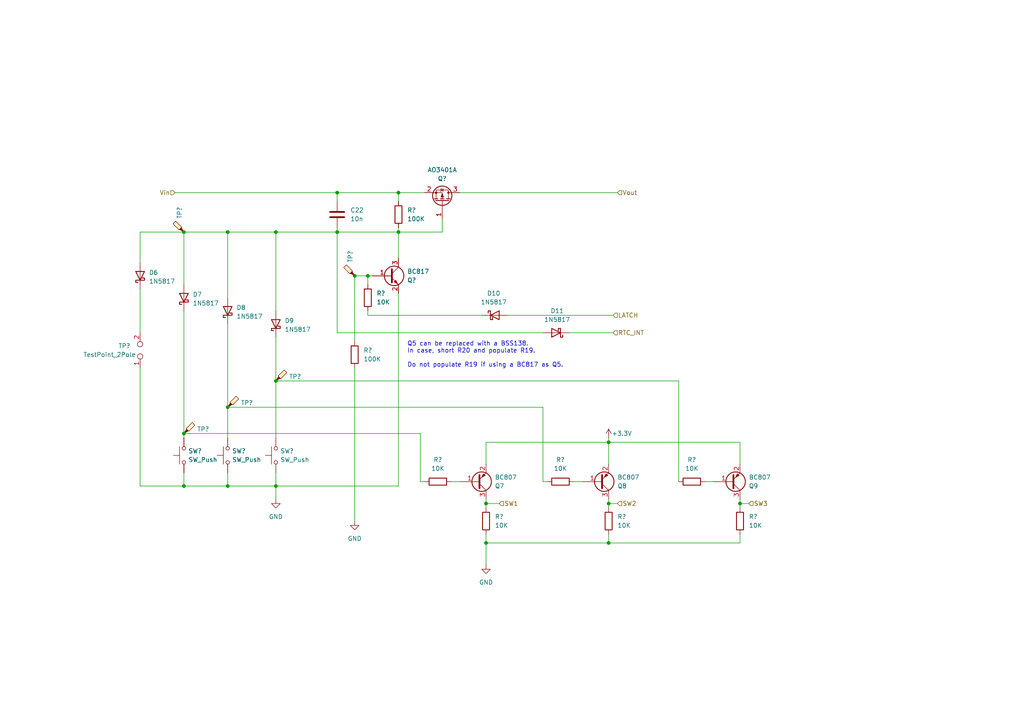
<source format=kicad_sch>
(kicad_sch (version 20230121) (generator eeschema)
  (paper "A4")
  (lib_symbols
    (symbol "Connector:TestPoint_2Pole" (pin_names (offset 0.762) hide)
      (property "Reference" "TP" (at 0 1.524 0))
      (property "Value" "TestPoint_2Pole" (at 0 -1.778 0))
      (symbol "TestPoint_2Pole_0_1"
        (circle (center -1.778 0) (radius 0.762))
        (circle (center 1.778 0) (radius 0.762))
        (pin passive line (at -5.08 0 0) (length 2.54) (name "1") (number "1"))
        (pin passive line (at 5.08 0 180) (length 2.54) (name "2") (number "2"))
      )
    )
    (symbol "Connector:TestPoint_Probe" (pin_numbers hide) (pin_names (offset 0.762) hide)
      (property "Reference" "TP" (at 1.651 5.842 0))
      (property "Value" "TestPoint_Probe" (at 1.651 4.064 0))
      (symbol "TestPoint_Probe_0_1"
        (polyline (pts (xy 1.27 0.762) (xy 0 0) (xy 0.762 1.27) (xy 1.27 0.762)) (fill (type outline)))
        (polyline (pts (xy 1.397 0.635) (xy 0.635 1.397) (xy 2.413 3.175) (xy 3.175 2.413) (xy 1.397 0.635)) (fill (type background)))
      )
      (symbol "TestPoint_Probe_1_1"
        (pin passive line (at 0 0 90) (length 0) (name "1") (number "1"))
      )
    )
    (symbol "Device:C" (pin_numbers hide) (pin_names (offset 0.254))
      (property "Reference" "C" (at 0.635 2.54 0))
      (property "Value" "C" (at 0.635 -2.54 0))
      (symbol "C_0_1"
        (polyline (pts (xy -2.032 -0.762) (xy 2.032 -0.762)) (stroke (width 0.508)))
        (polyline (pts (xy -2.032 0.762) (xy 2.032 0.762)) (stroke (width 0.508)))
      )
      (symbol "C_1_1"
        (pin passive line (at 0 3.81 270) (length 2.794) (name "~") (number "1"))
        (pin passive line (at 0 -3.81 90) (length 2.794) (name "~") (number "2"))
      )
    )
    (symbol "Device:R" (pin_numbers hide) (pin_names (offset 0))
      (property "Reference" "R" (at 2.032 0 90))
      (property "Value" "R" (at 0 0 90))
      (symbol "R_0_1"
        (rectangle (start -1.016 -2.54) (end 1.016 2.54) (stroke (width 0.254)))
      )
      (symbol "R_1_1"
        (pin passive line (at 0 3.81 270) (length 1.27) (name "~") (number "1"))
        (pin passive line (at 0 -3.81 90) (length 1.27) (name "~") (number "2"))
      )
    )
    (symbol "Diode:1N5817" (pin_numbers hide) (pin_names (offset 1.016) hide)
      (property "Reference" "D" (at 0 2.54 0))
      (property "Value" "1N5817" (at 0 -2.54 0))
      (symbol "1N5817_0_1"
        (polyline (pts (xy 1.27 0) (xy -1.27 0)))
        (polyline (pts (xy 1.27 1.27) (xy 1.27 -1.27) (xy -1.27 0) (xy 1.27 1.27)) (stroke (width 0.254)))
        (polyline (pts (xy -1.905 0.635) (xy -1.905 1.27) (xy -1.27 1.27) (xy -1.27 -1.27) (xy -0.635 -1.27) (xy -0.635 -0.635)) (stroke (width 0.254)))
      )
      (symbol "1N5817_1_1"
        (pin passive line (at -3.81 0 0) (length 2.54) (name "K") (number "1"))
        (pin passive line (at 3.81 0 180) (length 2.54) (name "A") (number "2"))
      )
    )
    (symbol "Switch:SW_Push" (pin_numbers hide) (pin_names (offset 1.016) hide)
      (property "Reference" "SW" (at 1.27 2.54 0))
      (property "Value" "SW_Push" (at 0 -1.524 0))
      (symbol "SW_Push_0_1"
        (circle (center -2.032 0) (radius 0.508))
        (polyline (pts (xy 0 1.27) (xy 0 3.048)))
        (polyline (pts (xy 2.54 1.27) (xy -2.54 1.27)))
        (circle (center 2.032 0) (radius 0.508))
        (pin passive line (at -5.08 0 0) (length 2.54) (name "1") (number "1"))
        (pin passive line (at 5.08 0 180) (length 2.54) (name "2") (number "2"))
      )
    )
    (symbol "Transistor_BJT:BC807" (pin_names (offset 0) hide)
      (property "Reference" "Q" (at 5.08 1.905 0))
      (property "Value" "BC807" (at 5.08 0 0))
      (symbol "BC807_0_1"
        (polyline (pts (xy 0.635 0.635) (xy 2.54 2.54)))
        (polyline (pts (xy 0.635 -0.635) (xy 2.54 -2.54) (xy 2.54 -2.54)))
        (polyline (pts (xy 0.635 1.905) (xy 0.635 -1.905) (xy 0.635 -1.905)) (stroke (width 0.508)))
        (polyline (pts (xy 2.286 -1.778) (xy 1.778 -2.286) (xy 1.27 -1.27) (xy 2.286 -1.778) (xy 2.286 -1.778)) (fill (type outline)))
        (circle (center 1.27 0) (radius 2.8194) (stroke (width 0.254)))
      )
      (symbol "BC807_1_1"
        (pin input line (at -5.08 0 0) (length 5.715) (name "B") (number "1"))
        (pin passive line (at 2.54 -5.08 90) (length 2.54) (name "E") (number "2"))
        (pin passive line (at 2.54 5.08 270) (length 2.54) (name "C") (number "3"))
      )
    )
    (symbol "Transistor_BJT:BC817" (pin_names (offset 0) hide)
      (property "Reference" "Q" (at 5.08 1.905 0))
      (property "Value" "BC817" (at 5.08 0 0))
      (symbol "BC817_0_1"
        (polyline (pts (xy 0.635 0.635) (xy 2.54 2.54)))
        (polyline (pts (xy 0.635 -0.635) (xy 2.54 -2.54) (xy 2.54 -2.54)))
        (polyline (pts (xy 0.635 1.905) (xy 0.635 -1.905) (xy 0.635 -1.905)) (stroke (width 0.508)))
        (polyline (pts (xy 1.27 -1.778) (xy 1.778 -1.27) (xy 2.286 -2.286) (xy 1.27 -1.778) (xy 1.27 -1.778)) (fill (type outline)))
        (circle (center 1.27 0) (radius 2.8194) (stroke (width 0.254)))
      )
      (symbol "BC817_1_1"
        (pin input line (at -5.08 0 0) (length 5.715) (name "B") (number "1"))
        (pin passive line (at 2.54 -5.08 90) (length 2.54) (name "E") (number "2"))
        (pin passive line (at 2.54 5.08 270) (length 2.54) (name "C") (number "3"))
      )
    )
    (symbol "Transistor_FET:AO3401A" (pin_names hide)
      (property "Reference" "Q" (at 5.08 1.905 0))
      (property "Value" "AO3401A" (at 5.08 0 0))
      (symbol "AO3401A_0_1"
        (polyline (pts (xy 0.254 0) (xy -2.54 0)))
        (polyline (pts (xy 0.254 1.905) (xy 0.254 -1.905)) (stroke (width 0.254)))
        (polyline (pts (xy 0.762 -1.27) (xy 0.762 -2.286)) (stroke (width 0.254)))
        (polyline (pts (xy 0.762 0.508) (xy 0.762 -0.508)) (stroke (width 0.254)))
        (polyline (pts (xy 0.762 2.286) (xy 0.762 1.27)) (stroke (width 0.254)))
        (polyline (pts (xy 2.54 2.54) (xy 2.54 1.778)))
        (polyline (pts (xy 2.54 -2.54) (xy 2.54 0) (xy 0.762 0)))
        (polyline (pts (xy 0.762 1.778) (xy 3.302 1.778) (xy 3.302 -1.778) (xy 0.762 -1.778)))
        (polyline (pts (xy 2.286 0) (xy 1.27 0.381) (xy 1.27 -0.381) (xy 2.286 0)) (fill (type outline)))
        (polyline (pts (xy 2.794 -0.508) (xy 2.921 -0.381) (xy 3.683 -0.381) (xy 3.81 -0.254)))
        (polyline (pts (xy 3.302 -0.381) (xy 2.921 0.254) (xy 3.683 0.254) (xy 3.302 -0.381)))
        (circle (center 1.651 0) (radius 2.794) (stroke (width 0.254)))
        (circle (center 2.54 -1.778) (radius 0.254) (fill (type outline)))
        (circle (center 2.54 1.778) (radius 0.254) (fill (type outline)))
      )
      (symbol "AO3401A_1_1"
        (pin input line (at -5.08 0 0) (length 2.54) (name "G") (number "1"))
        (pin passive line (at 2.54 -5.08 90) (length 2.54) (name "S") (number "2"))
        (pin passive line (at 2.54 5.08 270) (length 2.54) (name "D") (number "3"))
      )
    )
    (symbol "power:+3.3V" (power) (pin_names (offset 0))
      (property "Value" "+3.3V" (at 0 3.556 0))
      (symbol "+3.3V_0_1"
        (polyline (pts (xy -0.762 1.27) (xy 0 2.54)))
        (polyline (pts (xy 0 0) (xy 0 2.54)))
        (polyline (pts (xy 0 2.54) (xy 0.762 1.27)))
      )
      (symbol "+3.3V_1_1"
        (pin power_in line (at 0 0 90) (length 0) hide (name "+3.3V") (number "1"))
      )
    )
    (symbol "power:GND" (power) (pin_names (offset 0))
      (property "Value" "GND" (at 0 -3.81 0))
      (symbol "GND_0_1"
        (polyline (pts (xy 0 0) (xy 0 -1.27) (xy 1.27 -1.27) (xy 0 -2.54) (xy -1.27 -1.27) (xy 0 -1.27)))
      )
      (symbol "GND_1_1"
        (pin power_in line (at 0 0 270) (length 0) hide (name "GND") (number "1"))
      )
    )
  )
  (junction (at 66.04 67.31))
  (junction (at 115.57 55.88))
  (junction (at 106.68 80.01))
  (junction (at 102.87 80.01))
  (junction (at 53.34 140.97))
  (junction (at 53.34 125.73))
  (junction (at 66.04 118.11))
  (junction (at 80.01 67.31))
  (junction (at 66.04 140.97))
  (junction (at 176.53 128.27))
  (junction (at 53.34 67.31))
  (junction (at 214.63 146.05))
  (junction (at 176.53 157.48))
  (junction (at 97.79 55.88))
  (junction (at 176.53 146.05))
  (junction (at 97.79 67.31))
  (junction (at 140.97 157.48))
  (junction (at 140.97 146.05))
  (junction (at 115.57 67.31))
  (junction (at 80.01 110.49))
  (junction (at 80.01 140.97))
  (wire (pts (xy 66.04 93.98) (xy 66.04 118.11)))
  (wire (pts (xy 53.34 90.17) (xy 53.34 125.73)))
  (wire (pts (xy 53.34 82.55) (xy 53.34 67.31)))
  (wire (pts (xy 97.79 55.88) (xy 97.79 58.42)))
  (wire (pts (xy 165.1 96.52) (xy 177.8 96.52)))
  (wire (pts (xy 53.34 140.97) (xy 66.04 140.97)))
  (wire (pts (xy 53.34 125.73) (xy 53.34 127)))
  (wire (pts (xy 80.01 137.16) (xy 80.01 140.97)))
  (wire (pts (xy 40.64 106.68) (xy 40.64 140.97)))
  (wire (pts (xy 214.63 146.05) (xy 214.63 147.32)))
  (wire (pts (xy 40.64 83.82) (xy 40.64 96.52)))
  (wire (pts (xy 106.68 91.44) (xy 139.7 91.44)))
  (wire (pts (xy 214.63 154.94) (xy 214.63 157.48)))
  (wire (pts (xy 176.53 157.48) (xy 176.53 154.94)))
  (wire (pts (xy 176.53 146.05) (xy 179.07 146.05)))
  (wire (pts (xy 102.87 106.68) (xy 102.87 151.13)))
  (wire (pts (xy 157.48 118.11) (xy 157.48 139.7)))
  (wire (pts (xy 140.97 157.48) (xy 176.53 157.48)))
  (wire (pts (xy 80.01 140.97) (xy 115.57 140.97)))
  (wire (pts (xy 214.63 146.05) (xy 217.17 146.05)))
  (wire (pts (xy 214.63 157.48) (xy 176.53 157.48)))
  (wire (pts (xy 166.37 139.7) (xy 168.91 139.7)))
  (wire (pts (xy 214.63 134.62) (xy 214.63 128.27)))
  (wire (pts (xy 80.01 97.79) (xy 80.01 110.49)))
  (wire (pts (xy 121.92 125.73) (xy 53.34 125.73)))
  (wire (pts (xy 97.79 96.52) (xy 97.79 67.31)))
  (wire (pts (xy 123.19 139.7) (xy 121.92 139.7)))
  (wire (pts (xy 196.85 110.49) (xy 80.01 110.49)))
  (wire (pts (xy 140.97 146.05) (xy 140.97 147.32)))
  (wire (pts (xy 66.04 137.16) (xy 66.04 140.97)))
  (wire (pts (xy 176.53 128.27) (xy 176.53 134.62)))
  (wire (pts (xy 176.53 144.78) (xy 176.53 146.05)))
  (wire (pts (xy 157.48 139.7) (xy 158.75 139.7)))
  (wire (pts (xy 66.04 140.97) (xy 80.01 140.97)))
  (wire (pts (xy 130.81 139.7) (xy 133.35 139.7)))
  (wire (pts (xy 115.57 55.88) (xy 115.57 58.42)))
  (wire (pts (xy 97.79 67.31) (xy 115.57 67.31)))
  (wire (pts (xy 115.57 85.09) (xy 115.57 140.97)))
  (wire (pts (xy 176.53 127) (xy 176.53 128.27)))
  (wire (pts (xy 66.04 86.36) (xy 66.04 67.31)))
  (wire (pts (xy 66.04 118.11) (xy 66.04 127)))
  (wire (pts (xy 115.57 66.04) (xy 115.57 67.31)))
  (wire (pts (xy 106.68 91.44) (xy 106.68 90.17)))
  (wire (pts (xy 80.01 90.17) (xy 80.01 67.31)))
  (wire (pts (xy 140.97 134.62) (xy 140.97 128.27)))
  (wire (pts (xy 40.64 76.2) (xy 40.64 67.31)))
  (wire (pts (xy 53.34 67.31) (xy 66.04 67.31)))
  (wire (pts (xy 140.97 144.78) (xy 140.97 146.05)))
  (wire (pts (xy 40.64 140.97) (xy 53.34 140.97)))
  (wire (pts (xy 80.01 110.49) (xy 80.01 127)))
  (wire (pts (xy 115.57 55.88) (xy 123.19 55.88)))
  (wire (pts (xy 140.97 146.05) (xy 144.78 146.05)))
  (wire (pts (xy 176.53 146.05) (xy 176.53 147.32)))
  (wire (pts (xy 102.87 80.01) (xy 106.68 80.01)))
  (wire (pts (xy 133.35 55.88) (xy 179.07 55.88)))
  (wire (pts (xy 157.48 118.11) (xy 66.04 118.11)))
  (wire (pts (xy 147.32 91.44) (xy 177.8 91.44)))
  (wire (pts (xy 140.97 128.27) (xy 176.53 128.27)))
  (wire (pts (xy 80.01 67.31) (xy 97.79 67.31)))
  (wire (pts (xy 97.79 66.04) (xy 97.79 67.31)))
  (wire (pts (xy 140.97 154.94) (xy 140.97 157.48)))
  (wire (pts (xy 50.8 55.88) (xy 97.79 55.88)))
  (wire (pts (xy 53.34 137.16) (xy 53.34 140.97)))
  (wire (pts (xy 121.92 139.7) (xy 121.92 125.73)))
  (wire (pts (xy 128.27 63.5) (xy 128.27 67.31)))
  (wire (pts (xy 80.01 140.97) (xy 80.01 144.78)))
  (wire (pts (xy 140.97 157.48) (xy 140.97 163.83)))
  (wire (pts (xy 115.57 67.31) (xy 128.27 67.31)))
  (wire (pts (xy 214.63 144.78) (xy 214.63 146.05)))
  (wire (pts (xy 214.63 128.27) (xy 176.53 128.27)))
  (wire (pts (xy 97.79 96.52) (xy 157.48 96.52)))
  (wire (pts (xy 106.68 80.01) (xy 106.68 82.55)))
  (wire (pts (xy 102.87 99.06) (xy 102.87 80.01)))
  (wire (pts (xy 97.79 55.88) (xy 115.57 55.88)))
  (wire (pts (xy 106.68 80.01) (xy 107.95 80.01)))
  (wire (pts (xy 204.47 139.7) (xy 207.01 139.7)))
  (wire (pts (xy 66.04 67.31) (xy 80.01 67.31)))
  (wire (pts (xy 40.64 67.31) (xy 53.34 67.31)))
  (wire (pts (xy 115.57 67.31) (xy 115.57 74.93)))
  (wire (pts (xy 196.85 110.49) (xy 196.85 139.7)))
  (text "Q5 can be replaced with a BSS138.\nIn case, short R20 and populate R19.\n\nDo not populate R19 if using a BC817 as Q5." (at 118.11 106.68 0) (effects (font (size 1.27 1.27)) (justify left bottom)))
  (hierarchical_label "SW1" (shape input) (at 144.78 146.05 0))
  (hierarchical_label "RTC_INT" (shape input) (at 177.8 96.52 0))
  (hierarchical_label "SW3" (shape input) (at 217.17 146.05 0))
  (hierarchical_label "Vout" (shape input) (at 179.07 55.88 0))
  (hierarchical_label "LATCH" (shape input) (at 177.8 91.44 0))
  (hierarchical_label "Vin" (shape input) (at 50.8 55.88 180))
  (hierarchical_label "SW2" (shape input) (at 179.07 146.05 0))
  (symbol (lib_id "Diode:1N5817") (at 66.04 90.17 90) (unit 1)
    (property "Reference" "D8" (at 68.58 89.2175 90) (effects (justify right)))
    (property "Value" "1N5817" (at 68.58 91.7575 90) (effects (justify right)))
    (property "Footprint" "Diode_SMD:D_SMA_Handsoldering" (effects hide))
    (property "Datasheet" "http://www.vishay.com/docs/88525/1n5817.pdf" (effects hide))
  )
  (symbol (lib_id "Diode:1N5817") (at 40.64 80.01 90) (unit 1)
    (property "Reference" "D6" (at 43.18 79.0575 90) (effects (justify right)))
    (property "Value" "1N5817" (at 43.18 81.5975 90) (effects (justify right)))
    (property "Footprint" "Diode_SMD:D_SMA_Handsoldering" (effects hide))
    (property "Datasheet" "http://www.vishay.com/docs/88525/1n5817.pdf" (effects hide))
  )
  (symbol (lib_id "power:+3.3V") (at 176.53 127 0) (unit 1)
    (property "Reference" "#PWR?" (effects hide))
    (property "Value" "+3.3V" (at 180.34 125.73 0))
    (instances (project "automatic_irrigation_project" (path "" (reference "#PWR?") (unit 1)) (path "" (reference "#PWR032") (unit 1))))
  )
  (symbol (lib_id "Device:R") (at 214.63 151.13 0) (unit 1)
    (property "Reference" "R?" (at 217.17 149.86 0) (effects (justify left)))
    (property "Value" "10K" (at 217.17 152.4 0) (effects (justify left)))
    (property "Footprint" "Resistor_SMD:R_0603_1608Metric_Pad0.98x0.95mm_HandSolder" (effects hide))
    (instances (project "automatic_irrigation_project" (path "" (reference "R?") (unit 1)) (path "" (reference "R28") (unit 1))))
  )
  (symbol (lib_id "Transistor_BJT:BC817") (at 113.03 80.01 0) (unit 1)
    (property "Reference" "Q?" (at 118.11 81.2801 0) (effects (justify left)))
    (property "Value" "BC817" (at 118.11 78.7401 0) (effects (justify left)))
    (property "Footprint" "Package_TO_SOT_SMD:SOT-23" (effects hide))
    (property "Datasheet" "https://www.onsemi.com/pub/Collateral/BC818-D.pdf" (effects hide))
    (instances (project "automatic_irrigation_project" (path "" (reference "Q?") (unit 1)) (path "" (reference "Q5") (unit 1))))
  )
  (symbol (lib_id "Device:R") (at 106.68 86.36 0) (unit 1)
    (property "Reference" "R?" (at 109.22 85.09 0) (effects (justify left)))
    (property "Value" "10K" (at 109.22 87.63 0) (effects (justify left)))
    (property "Footprint" "Resistor_SMD:R_0603_1608Metric_Pad0.98x0.95mm_HandSolder" (effects hide))
    (instances (project "automatic_irrigation_project" (path "" (reference "R?") (unit 1)) (path "" (reference "R21") (unit 1))))
  )
  (symbol (lib_id "Transistor_BJT:BC807") (at 173.99 139.7 0) (mirror x) (unit 1)
    (property "Reference" "Q8" (at 179.07 140.97 0) (effects (justify left)))
    (property "Value" "BC807" (at 179.07 138.43 0) (effects (justify left)))
    (property "Footprint" "Package_TO_SOT_SMD:SOT-23" (effects hide))
    (property "Datasheet" "https://www.onsemi.com/pub/Collateral/BC808-D.pdf" (effects hide))
  )
  (symbol (lib_id "power:GND") (at 102.87 151.13 0) (unit 1)
    (property "Reference" "#PWR?" (effects hide))
    (property "Value" "GND" (at 102.87 156.21 0))
    (instances (project "automatic_irrigation_project" (path "" (reference "#PWR?") (unit 1)) (path "" (reference "#PWR030") (unit 1))))
  )
  (symbol (lib_id "power:GND") (at 80.01 144.78 0) (unit 1)
    (property "Reference" "#PWR?" (effects hide))
    (property "Value" "GND" (at 80.01 149.86 0))
    (instances (project "automatic_irrigation_project" (path "" (reference "#PWR?") (unit 1)) (path "" (reference "#PWR029") (unit 1))))
  )
  (symbol (lib_id "Device:R") (at 140.97 151.13 0) (unit 1)
    (property "Reference" "R?" (at 143.51 149.86 0) (effects (justify left)))
    (property "Value" "10K" (at 143.51 152.4 0) (effects (justify left)))
    (property "Footprint" "Resistor_SMD:R_0603_1608Metric_Pad0.98x0.95mm_HandSolder" (effects hide))
    (instances (project "automatic_irrigation_project" (path "" (reference "R?") (unit 1)) (path "" (reference "R24") (unit 1))))
  )
  (symbol (lib_id "Switch:SW_Push") (at 80.01 132.08 90) (unit 1)
    (property "Reference" "SW?" (at 81.28 130.81 90) (effects (justify right)))
    (property "Value" "SW_Push" (at 81.28 133.35 90) (effects (justify right)))
    (property "Footprint" "Button_Switch_THT:SW_PUSH_6mm_H4.3mm" (effects hide))
    (instances (project "automatic_irrigation_project" (path "" (reference "SW?") (unit 1)) (path "" (reference "SW3") (unit 1))))
  )
  (symbol (lib_id "Device:R") (at 102.87 102.87 0) (unit 1)
    (property "Reference" "R?" (at 105.41 101.6 0) (effects (justify left)))
    (property "Value" "100K" (at 105.41 104.14 0) (effects (justify left)))
    (property "Footprint" "Resistor_SMD:R_0603_1608Metric_Pad0.98x0.95mm_HandSolder" (effects hide))
    (instances (project "automatic_irrigation_project" (path "" (reference "R?") (unit 1)) (path "" (reference "R20") (unit 1))))
  )
  (symbol (lib_id "Connector:TestPoint_2Pole") (at 40.64 101.6 90) (unit 1)
    (property "Reference" "TP?" (at 34.29 100.33 90) (effects (justify right)))
    (property "Value" "TestPoint_2Pole" (at 24.13 102.87 90) (effects (justify right)))
    (property "Footprint" "TestPoint:TestPoint_2Pads_Pitch2.54mm_Drill0.8mm" (effects hide))
    (instances (project "automatic_irrigation_project" (path "" (reference "TP?") (unit 1)) (path "" (reference "TP29") (unit 1)) (path "" (reference "TP31") (unit 1))))
  )
  (symbol (lib_id "Transistor_BJT:BC807") (at 212.09 139.7 0) (mirror x) (unit 1)
    (property "Reference" "Q9" (at 217.17 140.97 0) (effects (justify left)))
    (property "Value" "BC807" (at 217.17 138.43 0) (effects (justify left)))
    (property "Footprint" "Package_TO_SOT_SMD:SOT-23" (effects hide))
    (property "Datasheet" "https://www.onsemi.com/pub/Collateral/BC808-D.pdf" (effects hide))
  )
  (symbol (lib_id "Transistor_BJT:BC807") (at 138.43 139.7 0) (mirror x) (unit 1)
    (property "Reference" "Q7" (at 143.51 140.97 0) (effects (justify left)))
    (property "Value" "BC807" (at 143.51 138.43 0) (effects (justify left)))
    (property "Footprint" "Package_TO_SOT_SMD:SOT-23" (effects hide))
    (property "Datasheet" "https://www.onsemi.com/pub/Collateral/BC808-D.pdf" (effects hide))
  )
  (symbol (lib_id "Connector:TestPoint_Probe") (at 53.34 67.31 90) (unit 1)
    (property "Reference" "TP?" (at 52.07 63.5 0) (effects (justify left)))
    (property "Value" "TestPoint_Probe" (effects hide))
    (property "Footprint" "TestPoint:TestPoint_THTPad_D1.5mm_Drill0.7mm" (effects hide))
    (instances (project "automatic_irrigation_project" (path "" (reference "TP?") (unit 1)) (path "" (reference "TP32") (unit 1))))
  )
  (symbol (lib_id "Transistor_FET:AO3401A") (at 128.27 58.42 270) (mirror x) (unit 1)
    (property "Reference" "Q?" (at 128.27 51.816 90))
    (property "Value" "AO3401A" (at 128.27 49.276 90))
    (property "Footprint" "Package_TO_SOT_SMD:SOT-23" (effects hide))
    (property "Datasheet" "http://www.aosmd.com/pdfs/datasheet/AO3401A.pdf" (effects hide))
    (instances (project "automatic_irrigation_project" (path "" (reference "Q?") (unit 1)) (path "" (reference "Q6") (unit 1))))
  )
  (symbol (lib_id "Diode:1N5817") (at 161.29 96.52 180) (unit 1)
    (property "Reference" "D11" (at 161.6075 90.17 0))
    (property "Value" "1N5817" (at 161.6075 92.71 0))
    (property "Footprint" "Diode_SMD:D_SMA_Handsoldering" (effects hide))
    (property "Datasheet" "http://www.vishay.com/docs/88525/1n5817.pdf" (effects hide))
  )
  (symbol (lib_id "Device:C") (at 97.79 62.23 0) (unit 1)
    (property "Reference" "C22" (at 101.6 60.96 0) (effects (justify left)))
    (property "Value" "10n" (at 101.6 63.5 0) (effects (justify left)))
    (property "Footprint" "Capacitor_SMD:C_0603_1608Metric_Pad1.08x0.95mm_HandSolder" (effects hide))
  )
  (symbol (lib_id "Switch:SW_Push") (at 66.04 132.08 90) (unit 1)
    (property "Reference" "SW?" (at 67.31 130.81 90) (effects (justify right)))
    (property "Value" "SW_Push" (at 67.31 133.35 90) (effects (justify right)))
    (property "Footprint" "Button_Switch_THT:SW_PUSH_6mm_H4.3mm" (effects hide))
    (instances (project "automatic_irrigation_project" (path "" (reference "SW?") (unit 1)) (path "" (reference "SW2") (unit 1))))
  )
  (symbol (lib_id "Device:R") (at 176.53 151.13 0) (unit 1)
    (property "Reference" "R?" (at 179.07 149.86 0) (effects (justify left)))
    (property "Value" "10K" (at 179.07 152.4 0) (effects (justify left)))
    (property "Footprint" "Resistor_SMD:R_0603_1608Metric_Pad0.98x0.95mm_HandSolder" (effects hide))
    (instances (project "automatic_irrigation_project" (path "" (reference "R?") (unit 1)) (path "" (reference "R26") (unit 1))))
  )
  (symbol (lib_id "Connector:TestPoint_Probe") (at 80.01 110.49 0) (unit 1)
    (property "Reference" "TP?" (at 83.82 109.22 0) (effects (justify left)))
    (property "Value" "TestPoint_Probe" (effects hide))
    (property "Footprint" "TestPoint:TestPoint_THTPad_D1.5mm_Drill0.7mm" (effects hide))
    (instances (project "automatic_irrigation_project" (path "" (reference "TP?") (unit 1)) (path "" (reference "TP35") (unit 1))))
  )
  (symbol (lib_id "Device:R") (at 162.56 139.7 90) (unit 1)
    (property "Reference" "R?" (at 162.56 133.35 90))
    (property "Value" "10K" (at 162.56 135.89 90))
    (property "Footprint" "Resistor_SMD:R_0603_1608Metric_Pad0.98x0.95mm_HandSolder" (effects hide))
    (instances (project "automatic_irrigation_project" (path "" (reference "R?") (unit 1)) (path "" (reference "R25") (unit 1))))
  )
  (symbol (lib_id "Connector:TestPoint_Probe") (at 53.34 125.73 0) (unit 1)
    (property "Reference" "TP?" (at 57.15 124.46 0) (effects (justify left)))
    (property "Value" "TestPoint_Probe" (effects hide))
    (property "Footprint" "TestPoint:TestPoint_THTPad_D1.5mm_Drill0.7mm" (effects hide))
    (instances (project "automatic_irrigation_project" (path "" (reference "TP?") (unit 1)) (path "" (reference "TP33") (unit 1))))
  )
  (symbol (lib_id "Diode:1N5817") (at 53.34 86.36 90) (unit 1)
    (property "Reference" "D7" (at 55.88 85.4075 90) (effects (justify right)))
    (property "Value" "1N5817" (at 55.88 87.9475 90) (effects (justify right)))
    (property "Footprint" "Diode_SMD:D_SMA_Handsoldering" (effects hide))
    (property "Datasheet" "http://www.vishay.com/docs/88525/1n5817.pdf" (effects hide))
  )
  (symbol (lib_id "Device:R") (at 127 139.7 90) (unit 1)
    (property "Reference" "R?" (at 127 133.35 90))
    (property "Value" "10K" (at 127 135.89 90))
    (property "Footprint" "Resistor_SMD:R_0603_1608Metric_Pad0.98x0.95mm_HandSolder" (effects hide))
    (instances (project "automatic_irrigation_project" (path "" (reference "R?") (unit 1)) (path "" (reference "R23") (unit 1))))
  )
  (symbol (lib_id "Diode:1N5817") (at 143.51 91.44 0) (unit 1)
    (property "Reference" "D10" (at 143.1925 85.09 0))
    (property "Value" "1N5817" (at 143.1925 87.63 0))
    (property "Footprint" "Diode_SMD:D_SMA_Handsoldering" (effects hide))
    (property "Datasheet" "http://www.vishay.com/docs/88525/1n5817.pdf" (effects hide))
  )
  (symbol (lib_id "Device:R") (at 115.57 62.23 180) (unit 1)
    (property "Reference" "R?" (at 118.11 60.96 0) (effects (justify right)))
    (property "Value" "100K" (at 118.11 63.5 0) (effects (justify right)))
    (property "Footprint" "Resistor_SMD:R_0603_1608Metric_Pad0.98x0.95mm_HandSolder" (effects hide))
    (instances (project "automatic_irrigation_project" (path "" (reference "R?") (unit 1)) (path "" (reference "R22") (unit 1))))
  )
  (symbol (lib_id "Connector:TestPoint_Probe") (at 102.87 80.01 90) (unit 1)
    (property "Reference" "TP?" (at 101.6 76.2 0) (effects (justify left)))
    (property "Value" "TestPoint_Probe" (effects hide))
    (property "Footprint" "TestPoint:TestPoint_THTPad_D1.5mm_Drill0.7mm" (effects hide))
    (instances (project "automatic_irrigation_project" (path "" (reference "TP?") (unit 1)) (path "" (reference "TP36") (unit 1))))
  )
  (symbol (lib_id "power:GND") (at 140.97 163.83 0) (unit 1)
    (property "Reference" "#PWR?" (effects hide))
    (property "Value" "GND" (at 140.97 168.91 0))
    (instances (project "automatic_irrigation_project" (path "" (reference "#PWR?") (unit 1)) (path "" (reference "#PWR031") (unit 1))))
  )
  (symbol (lib_id "Diode:1N5817") (at 80.01 93.98 90) (unit 1)
    (property "Reference" "D9" (at 82.55 93.0275 90) (effects (justify right)))
    (property "Value" "1N5817" (at 82.55 95.5675 90) (effects (justify right)))
    (property "Footprint" "Diode_SMD:D_SMA_Handsoldering" (effects hide))
    (property "Datasheet" "http://www.vishay.com/docs/88525/1n5817.pdf" (effects hide))
  )
  (symbol (lib_id "Connector:TestPoint_Probe") (at 66.04 118.11 0) (unit 1)
    (property "Reference" "TP?" (at 69.85 116.84 0) (effects (justify left)))
    (property "Value" "TestPoint_Probe" (effects hide))
    (property "Footprint" "TestPoint:TestPoint_THTPad_D1.5mm_Drill0.7mm" (effects hide))
    (instances (project "automatic_irrigation_project" (path "" (reference "TP?") (unit 1)) (path "" (reference "TP34") (unit 1))))
  )
  (symbol (lib_id "Device:R") (at 200.66 139.7 90) (unit 1)
    (property "Reference" "R?" (at 200.66 133.35 90))
    (property "Value" "10K" (at 200.66 135.89 90))
    (property "Footprint" "Resistor_SMD:R_0603_1608Metric_Pad0.98x0.95mm_HandSolder" (effects hide))
    (instances (project "automatic_irrigation_project" (path "" (reference "R?") (unit 1)) (path "" (reference "R27") (unit 1))))
  )
  (symbol (lib_id "Switch:SW_Push") (at 53.34 132.08 90) (unit 1)
    (property "Reference" "SW?" (at 54.61 130.81 90) (effects (justify right)))
    (property "Value" "SW_Push" (at 54.61 133.35 90) (effects (justify right)))
    (property "Footprint" "Button_Switch_THT:SW_PUSH_6mm_H4.3mm" (effects hide))
    (instances (project "automatic_irrigation_project" (path "" (reference "SW?") (unit 1)) (path "" (reference "SW1") (unit 1))))
  )
)
</source>
